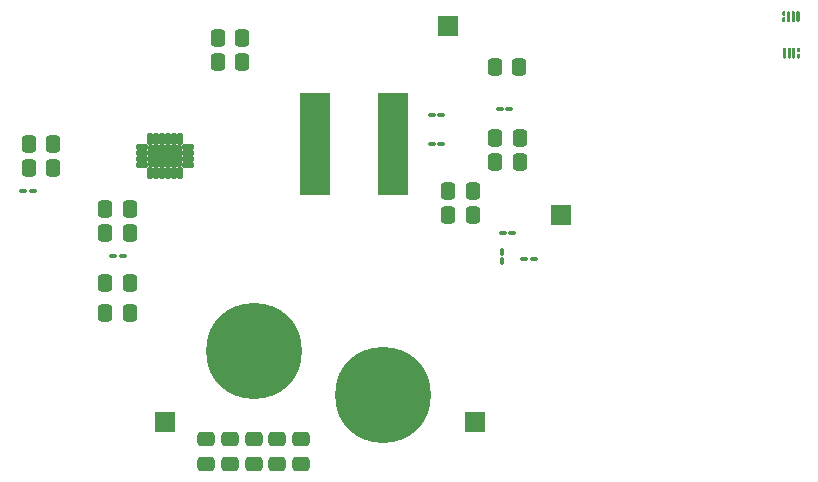
<source format=gbr>
%TF.GenerationSoftware,KiCad,Pcbnew,9.0.1*%
%TF.CreationDate,2025-11-16T17:19:11-08:00*%
%TF.ProjectId,GaN-LTC7800-Alternate,47614e2d-4c54-4433-9738-30302d416c74,rev?*%
%TF.SameCoordinates,Original*%
%TF.FileFunction,Soldermask,Top*%
%TF.FilePolarity,Negative*%
%FSLAX46Y46*%
G04 Gerber Fmt 4.6, Leading zero omitted, Abs format (unit mm)*
G04 Created by KiCad (PCBNEW 9.0.1) date 2025-11-16 17:19:11*
%MOMM*%
%LPD*%
G01*
G04 APERTURE LIST*
G04 Aperture macros list*
%AMRoundRect*
0 Rectangle with rounded corners*
0 $1 Rounding radius*
0 $2 $3 $4 $5 $6 $7 $8 $9 X,Y pos of 4 corners*
0 Add a 4 corners polygon primitive as box body*
4,1,4,$2,$3,$4,$5,$6,$7,$8,$9,$2,$3,0*
0 Add four circle primitives for the rounded corners*
1,1,$1+$1,$2,$3*
1,1,$1+$1,$4,$5*
1,1,$1+$1,$6,$7*
1,1,$1+$1,$8,$9*
0 Add four rect primitives between the rounded corners*
20,1,$1+$1,$2,$3,$4,$5,0*
20,1,$1+$1,$4,$5,$6,$7,0*
20,1,$1+$1,$6,$7,$8,$9,0*
20,1,$1+$1,$8,$9,$2,$3,0*%
G04 Aperture macros list end*
%ADD10C,0.000100*%
%ADD11RoundRect,0.250000X-0.337500X-0.475000X0.337500X-0.475000X0.337500X0.475000X-0.337500X0.475000X0*%
%ADD12R,1.700000X1.700000*%
%ADD13RoundRect,0.250000X0.337500X0.475000X-0.337500X0.475000X-0.337500X-0.475000X0.337500X-0.475000X0*%
%ADD14RoundRect,0.100000X-0.217500X-0.100000X0.217500X-0.100000X0.217500X0.100000X-0.217500X0.100000X0*%
%ADD15C,8.115000*%
%ADD16RoundRect,0.102000X0.135000X-0.420000X0.135000X0.420000X-0.135000X0.420000X-0.135000X-0.420000X0*%
%ADD17RoundRect,0.102000X0.420000X-0.135000X0.420000X0.135000X-0.420000X0.135000X-0.420000X-0.135000X0*%
%ADD18RoundRect,0.102000X1.325000X-0.825000X1.325000X0.825000X-1.325000X0.825000X-1.325000X-0.825000X0*%
%ADD19RoundRect,0.100000X0.217500X0.100000X-0.217500X0.100000X-0.217500X-0.100000X0.217500X-0.100000X0*%
%ADD20RoundRect,0.250000X-0.475000X0.337500X-0.475000X-0.337500X0.475000X-0.337500X0.475000X0.337500X0*%
%ADD21RoundRect,0.250000X0.475000X-0.337500X0.475000X0.337500X-0.475000X0.337500X-0.475000X-0.337500X0*%
%ADD22RoundRect,0.100000X-0.100000X0.217500X-0.100000X-0.217500X0.100000X-0.217500X0.100000X0.217500X0*%
%ADD23RoundRect,0.102000X-1.190000X-4.250000X1.190000X-4.250000X1.190000X4.250000X-1.190000X4.250000X0*%
G04 APERTURE END LIST*
D10*
%TO.C,Q2*%
X144869500Y-45500500D02*
X144878500Y-45502500D01*
X144887500Y-45506500D01*
X144895500Y-45510500D01*
X144903500Y-45515500D01*
X144910500Y-45521500D01*
X144917500Y-45528500D01*
X144923500Y-45535500D01*
X144928500Y-45543500D01*
X144932500Y-45551500D01*
X144936500Y-45560500D01*
X144938500Y-45569500D01*
X144940500Y-45579500D01*
X144940500Y-45588500D01*
X144940500Y-45708500D01*
X144940500Y-45717500D01*
X144938500Y-45727500D01*
X144936500Y-45736500D01*
X144932500Y-45745500D01*
X144928500Y-45753500D01*
X144923500Y-45761500D01*
X144917500Y-45768500D01*
X144910500Y-45775500D01*
X144903500Y-45781500D01*
X144895500Y-45786500D01*
X144887500Y-45790500D01*
X144878500Y-45794500D01*
X144869500Y-45796500D01*
X144859500Y-45798500D01*
X144850500Y-45798500D01*
X144841500Y-45798500D01*
X144831500Y-45796500D01*
X144822500Y-45794500D01*
X144813500Y-45790500D01*
X144805500Y-45786500D01*
X144797500Y-45781500D01*
X144790500Y-45775500D01*
X144783500Y-45768500D01*
X144777500Y-45761500D01*
X144772500Y-45753500D01*
X144768500Y-45745500D01*
X144764500Y-45736500D01*
X144762500Y-45727500D01*
X144760500Y-45717500D01*
X144760500Y-45708500D01*
X144760500Y-45588500D01*
X144760500Y-45579500D01*
X144762500Y-45569500D01*
X144764500Y-45560500D01*
X144768500Y-45551500D01*
X144772500Y-45543500D01*
X144777500Y-45535500D01*
X144783500Y-45528500D01*
X144790500Y-45521500D01*
X144797500Y-45515500D01*
X144805500Y-45510500D01*
X144813500Y-45506500D01*
X144822500Y-45502500D01*
X144831500Y-45500500D01*
X144841500Y-45498500D01*
X144850500Y-45498500D01*
X144859500Y-45498500D01*
X144869500Y-45500500D01*
G36*
X144869500Y-45500500D02*
G01*
X144878500Y-45502500D01*
X144887500Y-45506500D01*
X144895500Y-45510500D01*
X144903500Y-45515500D01*
X144910500Y-45521500D01*
X144917500Y-45528500D01*
X144923500Y-45535500D01*
X144928500Y-45543500D01*
X144932500Y-45551500D01*
X144936500Y-45560500D01*
X144938500Y-45569500D01*
X144940500Y-45579500D01*
X144940500Y-45588500D01*
X144940500Y-45708500D01*
X144940500Y-45717500D01*
X144938500Y-45727500D01*
X144936500Y-45736500D01*
X144932500Y-45745500D01*
X144928500Y-45753500D01*
X144923500Y-45761500D01*
X144917500Y-45768500D01*
X144910500Y-45775500D01*
X144903500Y-45781500D01*
X144895500Y-45786500D01*
X144887500Y-45790500D01*
X144878500Y-45794500D01*
X144869500Y-45796500D01*
X144859500Y-45798500D01*
X144850500Y-45798500D01*
X144841500Y-45798500D01*
X144831500Y-45796500D01*
X144822500Y-45794500D01*
X144813500Y-45790500D01*
X144805500Y-45786500D01*
X144797500Y-45781500D01*
X144790500Y-45775500D01*
X144783500Y-45768500D01*
X144777500Y-45761500D01*
X144772500Y-45753500D01*
X144768500Y-45745500D01*
X144764500Y-45736500D01*
X144762500Y-45727500D01*
X144760500Y-45717500D01*
X144760500Y-45708500D01*
X144760500Y-45588500D01*
X144760500Y-45579500D01*
X144762500Y-45569500D01*
X144764500Y-45560500D01*
X144768500Y-45551500D01*
X144772500Y-45543500D01*
X144777500Y-45535500D01*
X144783500Y-45528500D01*
X144790500Y-45521500D01*
X144797500Y-45515500D01*
X144805500Y-45510500D01*
X144813500Y-45506500D01*
X144822500Y-45502500D01*
X144831500Y-45500500D01*
X144841500Y-45498500D01*
X144850500Y-45498500D01*
X144859500Y-45498500D01*
X144869500Y-45500500D01*
G37*
X144869500Y-46018500D02*
X144878500Y-46020500D01*
X144887500Y-46024500D01*
X144895500Y-46028500D01*
X144903500Y-46033500D01*
X144910500Y-46039500D01*
X144917500Y-46046500D01*
X144923500Y-46053500D01*
X144928500Y-46061500D01*
X144932500Y-46069500D01*
X144936500Y-46078500D01*
X144938500Y-46087500D01*
X144940500Y-46097500D01*
X144940500Y-46106500D01*
X144940500Y-46226500D01*
X144940500Y-46235500D01*
X144938500Y-46245500D01*
X144936500Y-46254500D01*
X144932500Y-46263500D01*
X144928500Y-46271500D01*
X144923500Y-46279500D01*
X144917500Y-46286500D01*
X144910500Y-46293500D01*
X144903500Y-46299500D01*
X144895500Y-46304500D01*
X144887500Y-46308500D01*
X144878500Y-46312500D01*
X144869500Y-46314500D01*
X144859500Y-46316500D01*
X144850500Y-46316500D01*
X144841500Y-46316500D01*
X144831500Y-46314500D01*
X144822500Y-46312500D01*
X144813500Y-46308500D01*
X144805500Y-46304500D01*
X144797500Y-46299500D01*
X144790500Y-46293500D01*
X144783500Y-46286500D01*
X144777500Y-46279500D01*
X144772500Y-46271500D01*
X144768500Y-46263500D01*
X144764500Y-46254500D01*
X144762500Y-46245500D01*
X144760500Y-46235500D01*
X144760500Y-46226500D01*
X144760500Y-46106500D01*
X144760500Y-46097500D01*
X144762500Y-46087500D01*
X144764500Y-46078500D01*
X144768500Y-46069500D01*
X144772500Y-46061500D01*
X144777500Y-46053500D01*
X144783500Y-46046500D01*
X144790500Y-46039500D01*
X144797500Y-46033500D01*
X144805500Y-46028500D01*
X144813500Y-46024500D01*
X144822500Y-46020500D01*
X144831500Y-46018500D01*
X144841500Y-46016500D01*
X144850500Y-46016500D01*
X144859500Y-46016500D01*
X144869500Y-46018500D01*
G36*
X144869500Y-46018500D02*
G01*
X144878500Y-46020500D01*
X144887500Y-46024500D01*
X144895500Y-46028500D01*
X144903500Y-46033500D01*
X144910500Y-46039500D01*
X144917500Y-46046500D01*
X144923500Y-46053500D01*
X144928500Y-46061500D01*
X144932500Y-46069500D01*
X144936500Y-46078500D01*
X144938500Y-46087500D01*
X144940500Y-46097500D01*
X144940500Y-46106500D01*
X144940500Y-46226500D01*
X144940500Y-46235500D01*
X144938500Y-46245500D01*
X144936500Y-46254500D01*
X144932500Y-46263500D01*
X144928500Y-46271500D01*
X144923500Y-46279500D01*
X144917500Y-46286500D01*
X144910500Y-46293500D01*
X144903500Y-46299500D01*
X144895500Y-46304500D01*
X144887500Y-46308500D01*
X144878500Y-46312500D01*
X144869500Y-46314500D01*
X144859500Y-46316500D01*
X144850500Y-46316500D01*
X144841500Y-46316500D01*
X144831500Y-46314500D01*
X144822500Y-46312500D01*
X144813500Y-46308500D01*
X144805500Y-46304500D01*
X144797500Y-46299500D01*
X144790500Y-46293500D01*
X144783500Y-46286500D01*
X144777500Y-46279500D01*
X144772500Y-46271500D01*
X144768500Y-46263500D01*
X144764500Y-46254500D01*
X144762500Y-46245500D01*
X144760500Y-46235500D01*
X144760500Y-46226500D01*
X144760500Y-46106500D01*
X144760500Y-46097500D01*
X144762500Y-46087500D01*
X144764500Y-46078500D01*
X144768500Y-46069500D01*
X144772500Y-46061500D01*
X144777500Y-46053500D01*
X144783500Y-46046500D01*
X144790500Y-46039500D01*
X144797500Y-46033500D01*
X144805500Y-46028500D01*
X144813500Y-46024500D01*
X144822500Y-46020500D01*
X144831500Y-46018500D01*
X144841500Y-46016500D01*
X144850500Y-46016500D01*
X144859500Y-46016500D01*
X144869500Y-46018500D01*
G37*
X145262500Y-45501500D02*
X145271500Y-45502500D01*
X145280500Y-45505500D01*
X145289500Y-45509500D01*
X145297500Y-45513500D01*
X145305500Y-45518500D01*
X145312500Y-45524500D01*
X145318500Y-45531500D01*
X145324500Y-45539500D01*
X145329500Y-45547500D01*
X145333500Y-45555500D01*
X145336500Y-45564500D01*
X145338500Y-45573500D01*
X145340500Y-45582500D01*
X145340500Y-45592500D01*
X145340500Y-46227500D01*
X145339500Y-46236500D01*
X145338500Y-46245500D01*
X145335500Y-46254500D01*
X145332500Y-46262500D01*
X145327500Y-46271500D01*
X145322500Y-46278500D01*
X145316500Y-46286500D01*
X145310500Y-46292500D01*
X145302500Y-46298500D01*
X145295500Y-46303500D01*
X145286500Y-46307500D01*
X145278500Y-46311500D01*
X145269500Y-46313500D01*
X145259500Y-46314500D01*
X145250500Y-46315500D01*
X145241500Y-46314500D01*
X145231500Y-46313500D01*
X145222500Y-46311500D01*
X145214500Y-46307500D01*
X145205500Y-46303500D01*
X145198500Y-46298500D01*
X145190500Y-46292500D01*
X145184500Y-46286500D01*
X145178500Y-46278500D01*
X145173500Y-46271500D01*
X145168500Y-46262500D01*
X145165500Y-46254500D01*
X145162500Y-46245500D01*
X145161500Y-46236500D01*
X145160500Y-46227500D01*
X145160500Y-45587500D01*
X145161500Y-45578500D01*
X145163500Y-45568500D01*
X145165500Y-45559500D01*
X145169500Y-45551500D01*
X145173500Y-45543500D01*
X145179500Y-45535500D01*
X145185500Y-45528500D01*
X145192500Y-45521500D01*
X145199500Y-45516500D01*
X145207500Y-45511500D01*
X145216500Y-45507500D01*
X145225500Y-45504500D01*
X145234500Y-45502500D01*
X145243500Y-45500500D01*
X145252500Y-45500500D01*
X145262500Y-45501500D01*
G36*
X145262500Y-45501500D02*
G01*
X145271500Y-45502500D01*
X145280500Y-45505500D01*
X145289500Y-45509500D01*
X145297500Y-45513500D01*
X145305500Y-45518500D01*
X145312500Y-45524500D01*
X145318500Y-45531500D01*
X145324500Y-45539500D01*
X145329500Y-45547500D01*
X145333500Y-45555500D01*
X145336500Y-45564500D01*
X145338500Y-45573500D01*
X145340500Y-45582500D01*
X145340500Y-45592500D01*
X145340500Y-46227500D01*
X145339500Y-46236500D01*
X145338500Y-46245500D01*
X145335500Y-46254500D01*
X145332500Y-46262500D01*
X145327500Y-46271500D01*
X145322500Y-46278500D01*
X145316500Y-46286500D01*
X145310500Y-46292500D01*
X145302500Y-46298500D01*
X145295500Y-46303500D01*
X145286500Y-46307500D01*
X145278500Y-46311500D01*
X145269500Y-46313500D01*
X145259500Y-46314500D01*
X145250500Y-46315500D01*
X145241500Y-46314500D01*
X145231500Y-46313500D01*
X145222500Y-46311500D01*
X145214500Y-46307500D01*
X145205500Y-46303500D01*
X145198500Y-46298500D01*
X145190500Y-46292500D01*
X145184500Y-46286500D01*
X145178500Y-46278500D01*
X145173500Y-46271500D01*
X145168500Y-46262500D01*
X145165500Y-46254500D01*
X145162500Y-46245500D01*
X145161500Y-46236500D01*
X145160500Y-46227500D01*
X145160500Y-45587500D01*
X145161500Y-45578500D01*
X145163500Y-45568500D01*
X145165500Y-45559500D01*
X145169500Y-45551500D01*
X145173500Y-45543500D01*
X145179500Y-45535500D01*
X145185500Y-45528500D01*
X145192500Y-45521500D01*
X145199500Y-45516500D01*
X145207500Y-45511500D01*
X145216500Y-45507500D01*
X145225500Y-45504500D01*
X145234500Y-45502500D01*
X145243500Y-45500500D01*
X145252500Y-45500500D01*
X145262500Y-45501500D01*
G37*
X145662500Y-45501500D02*
X145671500Y-45502500D01*
X145680500Y-45505500D01*
X145689500Y-45509500D01*
X145697500Y-45513500D01*
X145705500Y-45518500D01*
X145712500Y-45524500D01*
X145718500Y-45531500D01*
X145724500Y-45539500D01*
X145729500Y-45547500D01*
X145733500Y-45555500D01*
X145736500Y-45564500D01*
X145738500Y-45573500D01*
X145740500Y-45582500D01*
X145740500Y-45592500D01*
X145740500Y-46227500D01*
X145739500Y-46236500D01*
X145738500Y-46245500D01*
X145735500Y-46254500D01*
X145732500Y-46262500D01*
X145727500Y-46271500D01*
X145722500Y-46278500D01*
X145716500Y-46286500D01*
X145710500Y-46292500D01*
X145702500Y-46298500D01*
X145695500Y-46303500D01*
X145686500Y-46307500D01*
X145678500Y-46311500D01*
X145669500Y-46313500D01*
X145659500Y-46314500D01*
X145650500Y-46315500D01*
X145641500Y-46314500D01*
X145631500Y-46313500D01*
X145622500Y-46311500D01*
X145614500Y-46307500D01*
X145605500Y-46303500D01*
X145598500Y-46298500D01*
X145590500Y-46292500D01*
X145584500Y-46286500D01*
X145578500Y-46278500D01*
X145573500Y-46271500D01*
X145568500Y-46262500D01*
X145565500Y-46254500D01*
X145562500Y-46245500D01*
X145561500Y-46236500D01*
X145560500Y-46227500D01*
X145560500Y-45587500D01*
X145561500Y-45578500D01*
X145563500Y-45568500D01*
X145565500Y-45559500D01*
X145569500Y-45551500D01*
X145573500Y-45543500D01*
X145579500Y-45535500D01*
X145585500Y-45528500D01*
X145592500Y-45521500D01*
X145599500Y-45516500D01*
X145607500Y-45511500D01*
X145616500Y-45507500D01*
X145625500Y-45504500D01*
X145634500Y-45502500D01*
X145643500Y-45500500D01*
X145652500Y-45500500D01*
X145662500Y-45501500D01*
G36*
X145662500Y-45501500D02*
G01*
X145671500Y-45502500D01*
X145680500Y-45505500D01*
X145689500Y-45509500D01*
X145697500Y-45513500D01*
X145705500Y-45518500D01*
X145712500Y-45524500D01*
X145718500Y-45531500D01*
X145724500Y-45539500D01*
X145729500Y-45547500D01*
X145733500Y-45555500D01*
X145736500Y-45564500D01*
X145738500Y-45573500D01*
X145740500Y-45582500D01*
X145740500Y-45592500D01*
X145740500Y-46227500D01*
X145739500Y-46236500D01*
X145738500Y-46245500D01*
X145735500Y-46254500D01*
X145732500Y-46262500D01*
X145727500Y-46271500D01*
X145722500Y-46278500D01*
X145716500Y-46286500D01*
X145710500Y-46292500D01*
X145702500Y-46298500D01*
X145695500Y-46303500D01*
X145686500Y-46307500D01*
X145678500Y-46311500D01*
X145669500Y-46313500D01*
X145659500Y-46314500D01*
X145650500Y-46315500D01*
X145641500Y-46314500D01*
X145631500Y-46313500D01*
X145622500Y-46311500D01*
X145614500Y-46307500D01*
X145605500Y-46303500D01*
X145598500Y-46298500D01*
X145590500Y-46292500D01*
X145584500Y-46286500D01*
X145578500Y-46278500D01*
X145573500Y-46271500D01*
X145568500Y-46262500D01*
X145565500Y-46254500D01*
X145562500Y-46245500D01*
X145561500Y-46236500D01*
X145560500Y-46227500D01*
X145560500Y-45587500D01*
X145561500Y-45578500D01*
X145563500Y-45568500D01*
X145565500Y-45559500D01*
X145569500Y-45551500D01*
X145573500Y-45543500D01*
X145579500Y-45535500D01*
X145585500Y-45528500D01*
X145592500Y-45521500D01*
X145599500Y-45516500D01*
X145607500Y-45511500D01*
X145616500Y-45507500D01*
X145625500Y-45504500D01*
X145634500Y-45502500D01*
X145643500Y-45500500D01*
X145652500Y-45500500D01*
X145662500Y-45501500D01*
G37*
X146062500Y-45501500D02*
X146071500Y-45502500D01*
X146080500Y-45505500D01*
X146089500Y-45509500D01*
X146097500Y-45513500D01*
X146105500Y-45518500D01*
X146112500Y-45524500D01*
X146118500Y-45531500D01*
X146124500Y-45539500D01*
X146129500Y-45547500D01*
X146133500Y-45555500D01*
X146136500Y-45564500D01*
X146138500Y-45573500D01*
X146140500Y-45582500D01*
X146140500Y-45592500D01*
X146140500Y-46227500D01*
X146139500Y-46236500D01*
X146138500Y-46245500D01*
X146135500Y-46254500D01*
X146132500Y-46262500D01*
X146127500Y-46271500D01*
X146122500Y-46278500D01*
X146116500Y-46286500D01*
X146110500Y-46292500D01*
X146102500Y-46298500D01*
X146095500Y-46303500D01*
X146086500Y-46307500D01*
X146078500Y-46311500D01*
X146069500Y-46313500D01*
X146059500Y-46314500D01*
X146050500Y-46315500D01*
X146041500Y-46314500D01*
X146031500Y-46313500D01*
X146022500Y-46311500D01*
X146014500Y-46307500D01*
X146005500Y-46303500D01*
X145998500Y-46298500D01*
X145990500Y-46292500D01*
X145984500Y-46286500D01*
X145978500Y-46278500D01*
X145973500Y-46271500D01*
X145968500Y-46262500D01*
X145965500Y-46254500D01*
X145962500Y-46245500D01*
X145961500Y-46236500D01*
X145960500Y-46227500D01*
X145960500Y-45587500D01*
X145961500Y-45578500D01*
X145963500Y-45568500D01*
X145965500Y-45559500D01*
X145969500Y-45551500D01*
X145973500Y-45543500D01*
X145979500Y-45535500D01*
X145985500Y-45528500D01*
X145992500Y-45521500D01*
X145999500Y-45516500D01*
X146007500Y-45511500D01*
X146016500Y-45507500D01*
X146025500Y-45504500D01*
X146034500Y-45502500D01*
X146043500Y-45500500D01*
X146052500Y-45500500D01*
X146062500Y-45501500D01*
G36*
X146062500Y-45501500D02*
G01*
X146071500Y-45502500D01*
X146080500Y-45505500D01*
X146089500Y-45509500D01*
X146097500Y-45513500D01*
X146105500Y-45518500D01*
X146112500Y-45524500D01*
X146118500Y-45531500D01*
X146124500Y-45539500D01*
X146129500Y-45547500D01*
X146133500Y-45555500D01*
X146136500Y-45564500D01*
X146138500Y-45573500D01*
X146140500Y-45582500D01*
X146140500Y-45592500D01*
X146140500Y-46227500D01*
X146139500Y-46236500D01*
X146138500Y-46245500D01*
X146135500Y-46254500D01*
X146132500Y-46262500D01*
X146127500Y-46271500D01*
X146122500Y-46278500D01*
X146116500Y-46286500D01*
X146110500Y-46292500D01*
X146102500Y-46298500D01*
X146095500Y-46303500D01*
X146086500Y-46307500D01*
X146078500Y-46311500D01*
X146069500Y-46313500D01*
X146059500Y-46314500D01*
X146050500Y-46315500D01*
X146041500Y-46314500D01*
X146031500Y-46313500D01*
X146022500Y-46311500D01*
X146014500Y-46307500D01*
X146005500Y-46303500D01*
X145998500Y-46298500D01*
X145990500Y-46292500D01*
X145984500Y-46286500D01*
X145978500Y-46278500D01*
X145973500Y-46271500D01*
X145968500Y-46262500D01*
X145965500Y-46254500D01*
X145962500Y-46245500D01*
X145961500Y-46236500D01*
X145960500Y-46227500D01*
X145960500Y-45587500D01*
X145961500Y-45578500D01*
X145963500Y-45568500D01*
X145965500Y-45559500D01*
X145969500Y-45551500D01*
X145973500Y-45543500D01*
X145979500Y-45535500D01*
X145985500Y-45528500D01*
X145992500Y-45521500D01*
X145999500Y-45516500D01*
X146007500Y-45511500D01*
X146016500Y-45507500D01*
X146025500Y-45504500D01*
X146034500Y-45502500D01*
X146043500Y-45500500D01*
X146052500Y-45500500D01*
X146062500Y-45501500D01*
G37*
%TO.C,Q1*%
X144909000Y-48593000D02*
X144919000Y-48594000D01*
X144928000Y-48596000D01*
X144936000Y-48600000D01*
X144945000Y-48604000D01*
X144952000Y-48609000D01*
X144960000Y-48615000D01*
X144966000Y-48621000D01*
X144972000Y-48629000D01*
X144977000Y-48636000D01*
X144982000Y-48645000D01*
X144985000Y-48653000D01*
X144988000Y-48662000D01*
X144989000Y-48671000D01*
X144990000Y-48680000D01*
X144990000Y-49320000D01*
X144989000Y-49329000D01*
X144987000Y-49339000D01*
X144985000Y-49348000D01*
X144981000Y-49356000D01*
X144977000Y-49364000D01*
X144971000Y-49372000D01*
X144965000Y-49379000D01*
X144958000Y-49386000D01*
X144951000Y-49391000D01*
X144943000Y-49396000D01*
X144934000Y-49400000D01*
X144925000Y-49403000D01*
X144916000Y-49405000D01*
X144907000Y-49407000D01*
X144898000Y-49407000D01*
X144888000Y-49406000D01*
X144879000Y-49405000D01*
X144870000Y-49402000D01*
X144861000Y-49398000D01*
X144853000Y-49394000D01*
X144845000Y-49389000D01*
X144838000Y-49383000D01*
X144832000Y-49376000D01*
X144826000Y-49368000D01*
X144821000Y-49360000D01*
X144817000Y-49352000D01*
X144814000Y-49343000D01*
X144812000Y-49334000D01*
X144810000Y-49325000D01*
X144810000Y-49315000D01*
X144810000Y-48680000D01*
X144811000Y-48671000D01*
X144812000Y-48662000D01*
X144815000Y-48653000D01*
X144818000Y-48645000D01*
X144823000Y-48636000D01*
X144828000Y-48629000D01*
X144834000Y-48621000D01*
X144840000Y-48615000D01*
X144848000Y-48609000D01*
X144855000Y-48604000D01*
X144864000Y-48600000D01*
X144872000Y-48596000D01*
X144881000Y-48594000D01*
X144891000Y-48593000D01*
X144900000Y-48592000D01*
X144909000Y-48593000D01*
G36*
X144909000Y-48593000D02*
G01*
X144919000Y-48594000D01*
X144928000Y-48596000D01*
X144936000Y-48600000D01*
X144945000Y-48604000D01*
X144952000Y-48609000D01*
X144960000Y-48615000D01*
X144966000Y-48621000D01*
X144972000Y-48629000D01*
X144977000Y-48636000D01*
X144982000Y-48645000D01*
X144985000Y-48653000D01*
X144988000Y-48662000D01*
X144989000Y-48671000D01*
X144990000Y-48680000D01*
X144990000Y-49320000D01*
X144989000Y-49329000D01*
X144987000Y-49339000D01*
X144985000Y-49348000D01*
X144981000Y-49356000D01*
X144977000Y-49364000D01*
X144971000Y-49372000D01*
X144965000Y-49379000D01*
X144958000Y-49386000D01*
X144951000Y-49391000D01*
X144943000Y-49396000D01*
X144934000Y-49400000D01*
X144925000Y-49403000D01*
X144916000Y-49405000D01*
X144907000Y-49407000D01*
X144898000Y-49407000D01*
X144888000Y-49406000D01*
X144879000Y-49405000D01*
X144870000Y-49402000D01*
X144861000Y-49398000D01*
X144853000Y-49394000D01*
X144845000Y-49389000D01*
X144838000Y-49383000D01*
X144832000Y-49376000D01*
X144826000Y-49368000D01*
X144821000Y-49360000D01*
X144817000Y-49352000D01*
X144814000Y-49343000D01*
X144812000Y-49334000D01*
X144810000Y-49325000D01*
X144810000Y-49315000D01*
X144810000Y-48680000D01*
X144811000Y-48671000D01*
X144812000Y-48662000D01*
X144815000Y-48653000D01*
X144818000Y-48645000D01*
X144823000Y-48636000D01*
X144828000Y-48629000D01*
X144834000Y-48621000D01*
X144840000Y-48615000D01*
X144848000Y-48609000D01*
X144855000Y-48604000D01*
X144864000Y-48600000D01*
X144872000Y-48596000D01*
X144881000Y-48594000D01*
X144891000Y-48593000D01*
X144900000Y-48592000D01*
X144909000Y-48593000D01*
G37*
X145309000Y-48593000D02*
X145319000Y-48594000D01*
X145328000Y-48596000D01*
X145336000Y-48600000D01*
X145345000Y-48604000D01*
X145352000Y-48609000D01*
X145360000Y-48615000D01*
X145366000Y-48621000D01*
X145372000Y-48629000D01*
X145377000Y-48636000D01*
X145382000Y-48645000D01*
X145385000Y-48653000D01*
X145388000Y-48662000D01*
X145389000Y-48671000D01*
X145390000Y-48680000D01*
X145390000Y-49320000D01*
X145389000Y-49329000D01*
X145387000Y-49339000D01*
X145385000Y-49348000D01*
X145381000Y-49356000D01*
X145377000Y-49364000D01*
X145371000Y-49372000D01*
X145365000Y-49379000D01*
X145358000Y-49386000D01*
X145351000Y-49391000D01*
X145343000Y-49396000D01*
X145334000Y-49400000D01*
X145325000Y-49403000D01*
X145316000Y-49405000D01*
X145307000Y-49407000D01*
X145298000Y-49407000D01*
X145288000Y-49406000D01*
X145279000Y-49405000D01*
X145270000Y-49402000D01*
X145261000Y-49398000D01*
X145253000Y-49394000D01*
X145245000Y-49389000D01*
X145238000Y-49383000D01*
X145232000Y-49376000D01*
X145226000Y-49368000D01*
X145221000Y-49360000D01*
X145217000Y-49352000D01*
X145214000Y-49343000D01*
X145212000Y-49334000D01*
X145210000Y-49325000D01*
X145210000Y-49315000D01*
X145210000Y-48680000D01*
X145211000Y-48671000D01*
X145212000Y-48662000D01*
X145215000Y-48653000D01*
X145218000Y-48645000D01*
X145223000Y-48636000D01*
X145228000Y-48629000D01*
X145234000Y-48621000D01*
X145240000Y-48615000D01*
X145248000Y-48609000D01*
X145255000Y-48604000D01*
X145264000Y-48600000D01*
X145272000Y-48596000D01*
X145281000Y-48594000D01*
X145291000Y-48593000D01*
X145300000Y-48592000D01*
X145309000Y-48593000D01*
G36*
X145309000Y-48593000D02*
G01*
X145319000Y-48594000D01*
X145328000Y-48596000D01*
X145336000Y-48600000D01*
X145345000Y-48604000D01*
X145352000Y-48609000D01*
X145360000Y-48615000D01*
X145366000Y-48621000D01*
X145372000Y-48629000D01*
X145377000Y-48636000D01*
X145382000Y-48645000D01*
X145385000Y-48653000D01*
X145388000Y-48662000D01*
X145389000Y-48671000D01*
X145390000Y-48680000D01*
X145390000Y-49320000D01*
X145389000Y-49329000D01*
X145387000Y-49339000D01*
X145385000Y-49348000D01*
X145381000Y-49356000D01*
X145377000Y-49364000D01*
X145371000Y-49372000D01*
X145365000Y-49379000D01*
X145358000Y-49386000D01*
X145351000Y-49391000D01*
X145343000Y-49396000D01*
X145334000Y-49400000D01*
X145325000Y-49403000D01*
X145316000Y-49405000D01*
X145307000Y-49407000D01*
X145298000Y-49407000D01*
X145288000Y-49406000D01*
X145279000Y-49405000D01*
X145270000Y-49402000D01*
X145261000Y-49398000D01*
X145253000Y-49394000D01*
X145245000Y-49389000D01*
X145238000Y-49383000D01*
X145232000Y-49376000D01*
X145226000Y-49368000D01*
X145221000Y-49360000D01*
X145217000Y-49352000D01*
X145214000Y-49343000D01*
X145212000Y-49334000D01*
X145210000Y-49325000D01*
X145210000Y-49315000D01*
X145210000Y-48680000D01*
X145211000Y-48671000D01*
X145212000Y-48662000D01*
X145215000Y-48653000D01*
X145218000Y-48645000D01*
X145223000Y-48636000D01*
X145228000Y-48629000D01*
X145234000Y-48621000D01*
X145240000Y-48615000D01*
X145248000Y-48609000D01*
X145255000Y-48604000D01*
X145264000Y-48600000D01*
X145272000Y-48596000D01*
X145281000Y-48594000D01*
X145291000Y-48593000D01*
X145300000Y-48592000D01*
X145309000Y-48593000D01*
G37*
X145709000Y-48593000D02*
X145719000Y-48594000D01*
X145728000Y-48596000D01*
X145736000Y-48600000D01*
X145745000Y-48604000D01*
X145752000Y-48609000D01*
X145760000Y-48615000D01*
X145766000Y-48621000D01*
X145772000Y-48629000D01*
X145777000Y-48636000D01*
X145782000Y-48645000D01*
X145785000Y-48653000D01*
X145788000Y-48662000D01*
X145789000Y-48671000D01*
X145790000Y-48680000D01*
X145790000Y-49320000D01*
X145789000Y-49329000D01*
X145787000Y-49339000D01*
X145785000Y-49348000D01*
X145781000Y-49356000D01*
X145777000Y-49364000D01*
X145771000Y-49372000D01*
X145765000Y-49379000D01*
X145758000Y-49386000D01*
X145751000Y-49391000D01*
X145743000Y-49396000D01*
X145734000Y-49400000D01*
X145725000Y-49403000D01*
X145716000Y-49405000D01*
X145707000Y-49407000D01*
X145698000Y-49407000D01*
X145688000Y-49406000D01*
X145679000Y-49405000D01*
X145670000Y-49402000D01*
X145661000Y-49398000D01*
X145653000Y-49394000D01*
X145645000Y-49389000D01*
X145638000Y-49383000D01*
X145632000Y-49376000D01*
X145626000Y-49368000D01*
X145621000Y-49360000D01*
X145617000Y-49352000D01*
X145614000Y-49343000D01*
X145612000Y-49334000D01*
X145610000Y-49325000D01*
X145610000Y-49315000D01*
X145610000Y-48680000D01*
X145611000Y-48671000D01*
X145612000Y-48662000D01*
X145615000Y-48653000D01*
X145618000Y-48645000D01*
X145623000Y-48636000D01*
X145628000Y-48629000D01*
X145634000Y-48621000D01*
X145640000Y-48615000D01*
X145648000Y-48609000D01*
X145655000Y-48604000D01*
X145664000Y-48600000D01*
X145672000Y-48596000D01*
X145681000Y-48594000D01*
X145691000Y-48593000D01*
X145700000Y-48592000D01*
X145709000Y-48593000D01*
G36*
X145709000Y-48593000D02*
G01*
X145719000Y-48594000D01*
X145728000Y-48596000D01*
X145736000Y-48600000D01*
X145745000Y-48604000D01*
X145752000Y-48609000D01*
X145760000Y-48615000D01*
X145766000Y-48621000D01*
X145772000Y-48629000D01*
X145777000Y-48636000D01*
X145782000Y-48645000D01*
X145785000Y-48653000D01*
X145788000Y-48662000D01*
X145789000Y-48671000D01*
X145790000Y-48680000D01*
X145790000Y-49320000D01*
X145789000Y-49329000D01*
X145787000Y-49339000D01*
X145785000Y-49348000D01*
X145781000Y-49356000D01*
X145777000Y-49364000D01*
X145771000Y-49372000D01*
X145765000Y-49379000D01*
X145758000Y-49386000D01*
X145751000Y-49391000D01*
X145743000Y-49396000D01*
X145734000Y-49400000D01*
X145725000Y-49403000D01*
X145716000Y-49405000D01*
X145707000Y-49407000D01*
X145698000Y-49407000D01*
X145688000Y-49406000D01*
X145679000Y-49405000D01*
X145670000Y-49402000D01*
X145661000Y-49398000D01*
X145653000Y-49394000D01*
X145645000Y-49389000D01*
X145638000Y-49383000D01*
X145632000Y-49376000D01*
X145626000Y-49368000D01*
X145621000Y-49360000D01*
X145617000Y-49352000D01*
X145614000Y-49343000D01*
X145612000Y-49334000D01*
X145610000Y-49325000D01*
X145610000Y-49315000D01*
X145610000Y-48680000D01*
X145611000Y-48671000D01*
X145612000Y-48662000D01*
X145615000Y-48653000D01*
X145618000Y-48645000D01*
X145623000Y-48636000D01*
X145628000Y-48629000D01*
X145634000Y-48621000D01*
X145640000Y-48615000D01*
X145648000Y-48609000D01*
X145655000Y-48604000D01*
X145664000Y-48600000D01*
X145672000Y-48596000D01*
X145681000Y-48594000D01*
X145691000Y-48593000D01*
X145700000Y-48592000D01*
X145709000Y-48593000D01*
G37*
X146119000Y-48593000D02*
X146128000Y-48595000D01*
X146137000Y-48599000D01*
X146145000Y-48603000D01*
X146153000Y-48608000D01*
X146160000Y-48614000D01*
X146167000Y-48621000D01*
X146173000Y-48628000D01*
X146178000Y-48636000D01*
X146182000Y-48644000D01*
X146186000Y-48653000D01*
X146188000Y-48662000D01*
X146190000Y-48672000D01*
X146190000Y-48681000D01*
X146190000Y-48801000D01*
X146190000Y-48810000D01*
X146188000Y-48820000D01*
X146186000Y-48829000D01*
X146182000Y-48838000D01*
X146178000Y-48846000D01*
X146173000Y-48854000D01*
X146167000Y-48861000D01*
X146160000Y-48868000D01*
X146153000Y-48874000D01*
X146145000Y-48879000D01*
X146137000Y-48883000D01*
X146128000Y-48887000D01*
X146119000Y-48889000D01*
X146109000Y-48891000D01*
X146100000Y-48891000D01*
X146091000Y-48891000D01*
X146081000Y-48889000D01*
X146072000Y-48887000D01*
X146063000Y-48883000D01*
X146055000Y-48879000D01*
X146047000Y-48874000D01*
X146040000Y-48868000D01*
X146033000Y-48861000D01*
X146027000Y-48854000D01*
X146022000Y-48846000D01*
X146018000Y-48838000D01*
X146014000Y-48829000D01*
X146012000Y-48820000D01*
X146010000Y-48810000D01*
X146010000Y-48801000D01*
X146010000Y-48681000D01*
X146010000Y-48672000D01*
X146012000Y-48662000D01*
X146014000Y-48653000D01*
X146018000Y-48644000D01*
X146022000Y-48636000D01*
X146027000Y-48628000D01*
X146033000Y-48621000D01*
X146040000Y-48614000D01*
X146047000Y-48608000D01*
X146055000Y-48603000D01*
X146063000Y-48599000D01*
X146072000Y-48595000D01*
X146081000Y-48593000D01*
X146091000Y-48591000D01*
X146100000Y-48591000D01*
X146109000Y-48591000D01*
X146119000Y-48593000D01*
G36*
X146119000Y-48593000D02*
G01*
X146128000Y-48595000D01*
X146137000Y-48599000D01*
X146145000Y-48603000D01*
X146153000Y-48608000D01*
X146160000Y-48614000D01*
X146167000Y-48621000D01*
X146173000Y-48628000D01*
X146178000Y-48636000D01*
X146182000Y-48644000D01*
X146186000Y-48653000D01*
X146188000Y-48662000D01*
X146190000Y-48672000D01*
X146190000Y-48681000D01*
X146190000Y-48801000D01*
X146190000Y-48810000D01*
X146188000Y-48820000D01*
X146186000Y-48829000D01*
X146182000Y-48838000D01*
X146178000Y-48846000D01*
X146173000Y-48854000D01*
X146167000Y-48861000D01*
X146160000Y-48868000D01*
X146153000Y-48874000D01*
X146145000Y-48879000D01*
X146137000Y-48883000D01*
X146128000Y-48887000D01*
X146119000Y-48889000D01*
X146109000Y-48891000D01*
X146100000Y-48891000D01*
X146091000Y-48891000D01*
X146081000Y-48889000D01*
X146072000Y-48887000D01*
X146063000Y-48883000D01*
X146055000Y-48879000D01*
X146047000Y-48874000D01*
X146040000Y-48868000D01*
X146033000Y-48861000D01*
X146027000Y-48854000D01*
X146022000Y-48846000D01*
X146018000Y-48838000D01*
X146014000Y-48829000D01*
X146012000Y-48820000D01*
X146010000Y-48810000D01*
X146010000Y-48801000D01*
X146010000Y-48681000D01*
X146010000Y-48672000D01*
X146012000Y-48662000D01*
X146014000Y-48653000D01*
X146018000Y-48644000D01*
X146022000Y-48636000D01*
X146027000Y-48628000D01*
X146033000Y-48621000D01*
X146040000Y-48614000D01*
X146047000Y-48608000D01*
X146055000Y-48603000D01*
X146063000Y-48599000D01*
X146072000Y-48595000D01*
X146081000Y-48593000D01*
X146091000Y-48591000D01*
X146100000Y-48591000D01*
X146109000Y-48591000D01*
X146119000Y-48593000D01*
G37*
X146119000Y-49111000D02*
X146128000Y-49113000D01*
X146137000Y-49117000D01*
X146145000Y-49121000D01*
X146153000Y-49126000D01*
X146160000Y-49132000D01*
X146167000Y-49139000D01*
X146173000Y-49146000D01*
X146178000Y-49154000D01*
X146182000Y-49162000D01*
X146186000Y-49171000D01*
X146188000Y-49180000D01*
X146190000Y-49190000D01*
X146190000Y-49199000D01*
X146190000Y-49319000D01*
X146190000Y-49328000D01*
X146188000Y-49338000D01*
X146186000Y-49347000D01*
X146182000Y-49356000D01*
X146178000Y-49364000D01*
X146173000Y-49372000D01*
X146167000Y-49379000D01*
X146160000Y-49386000D01*
X146153000Y-49392000D01*
X146145000Y-49397000D01*
X146137000Y-49401000D01*
X146128000Y-49405000D01*
X146119000Y-49407000D01*
X146109000Y-49409000D01*
X146100000Y-49409000D01*
X146091000Y-49409000D01*
X146081000Y-49407000D01*
X146072000Y-49405000D01*
X146063000Y-49401000D01*
X146055000Y-49397000D01*
X146047000Y-49392000D01*
X146040000Y-49386000D01*
X146033000Y-49379000D01*
X146027000Y-49372000D01*
X146022000Y-49364000D01*
X146018000Y-49356000D01*
X146014000Y-49347000D01*
X146012000Y-49338000D01*
X146010000Y-49328000D01*
X146010000Y-49319000D01*
X146010000Y-49199000D01*
X146010000Y-49190000D01*
X146012000Y-49180000D01*
X146014000Y-49171000D01*
X146018000Y-49162000D01*
X146022000Y-49154000D01*
X146027000Y-49146000D01*
X146033000Y-49139000D01*
X146040000Y-49132000D01*
X146047000Y-49126000D01*
X146055000Y-49121000D01*
X146063000Y-49117000D01*
X146072000Y-49113000D01*
X146081000Y-49111000D01*
X146091000Y-49109000D01*
X146100000Y-49109000D01*
X146109000Y-49109000D01*
X146119000Y-49111000D01*
G36*
X146119000Y-49111000D02*
G01*
X146128000Y-49113000D01*
X146137000Y-49117000D01*
X146145000Y-49121000D01*
X146153000Y-49126000D01*
X146160000Y-49132000D01*
X146167000Y-49139000D01*
X146173000Y-49146000D01*
X146178000Y-49154000D01*
X146182000Y-49162000D01*
X146186000Y-49171000D01*
X146188000Y-49180000D01*
X146190000Y-49190000D01*
X146190000Y-49199000D01*
X146190000Y-49319000D01*
X146190000Y-49328000D01*
X146188000Y-49338000D01*
X146186000Y-49347000D01*
X146182000Y-49356000D01*
X146178000Y-49364000D01*
X146173000Y-49372000D01*
X146167000Y-49379000D01*
X146160000Y-49386000D01*
X146153000Y-49392000D01*
X146145000Y-49397000D01*
X146137000Y-49401000D01*
X146128000Y-49405000D01*
X146119000Y-49407000D01*
X146109000Y-49409000D01*
X146100000Y-49409000D01*
X146091000Y-49409000D01*
X146081000Y-49407000D01*
X146072000Y-49405000D01*
X146063000Y-49401000D01*
X146055000Y-49397000D01*
X146047000Y-49392000D01*
X146040000Y-49386000D01*
X146033000Y-49379000D01*
X146027000Y-49372000D01*
X146022000Y-49364000D01*
X146018000Y-49356000D01*
X146014000Y-49347000D01*
X146012000Y-49338000D01*
X146010000Y-49328000D01*
X146010000Y-49319000D01*
X146010000Y-49199000D01*
X146010000Y-49190000D01*
X146012000Y-49180000D01*
X146014000Y-49171000D01*
X146018000Y-49162000D01*
X146022000Y-49154000D01*
X146027000Y-49146000D01*
X146033000Y-49139000D01*
X146040000Y-49132000D01*
X146047000Y-49126000D01*
X146055000Y-49121000D01*
X146063000Y-49117000D01*
X146072000Y-49113000D01*
X146081000Y-49111000D01*
X146091000Y-49109000D01*
X146100000Y-49109000D01*
X146109000Y-49109000D01*
X146119000Y-49111000D01*
G37*
%TD*%
D11*
%TO.C,C1_EX1*%
X80962500Y-56750000D03*
X83037500Y-56750000D03*
%TD*%
D12*
%TO.C,VOUT1*%
X116500000Y-46750000D03*
%TD*%
D13*
%TO.C,COUT_EX2*%
X122537500Y-58250000D03*
X120462500Y-58250000D03*
%TD*%
D14*
%TO.C,R2*%
X80500000Y-60750000D03*
X81315000Y-60750000D03*
%TD*%
D15*
%TO.C,VSource_GND1*%
X111000000Y-78000000D03*
%TD*%
D13*
%TO.C,COUT_EX1*%
X122537500Y-56250000D03*
X120462500Y-56250000D03*
%TD*%
D11*
%TO.C,C6*%
X87462500Y-62250000D03*
X89537500Y-62250000D03*
%TD*%
D15*
%TO.C,VSource_IN1*%
X100000000Y-74250000D03*
%TD*%
D16*
%TO.C,U1*%
X91250000Y-59195000D03*
X91750000Y-59195000D03*
X92250000Y-59195000D03*
X92750000Y-59195000D03*
X93250000Y-59195000D03*
X93750000Y-59195000D03*
D17*
X94445000Y-58500000D03*
X94445000Y-58000000D03*
X94445000Y-57500000D03*
X94445000Y-57000000D03*
D16*
X93750000Y-56305000D03*
X93250000Y-56305000D03*
X92750000Y-56305000D03*
X92250000Y-56305000D03*
X91750000Y-56305000D03*
X91250000Y-56305000D03*
D17*
X90555000Y-57000000D03*
X90555000Y-57500000D03*
X90555000Y-58000000D03*
X90555000Y-58500000D03*
D18*
X92500000Y-57750000D03*
%TD*%
D14*
%TO.C,R4*%
X115092500Y-56750000D03*
X115907500Y-56750000D03*
%TD*%
D11*
%TO.C,CSENSE1*%
X116462500Y-60750000D03*
X118537500Y-60750000D03*
%TD*%
D12*
%TO.C,TP_VIN2*%
X118750000Y-80250000D03*
%TD*%
D13*
%TO.C,CSENSE_EX1*%
X118537500Y-62750000D03*
X116462500Y-62750000D03*
%TD*%
%TO.C,C5*%
X89537500Y-71000000D03*
X87462500Y-71000000D03*
%TD*%
D11*
%TO.C,C1*%
X80962500Y-58750000D03*
X83037500Y-58750000D03*
%TD*%
%TO.C,C3*%
X96962500Y-49750000D03*
X99037500Y-49750000D03*
%TD*%
D19*
%TO.C,R7*%
X123725000Y-66500000D03*
X122910000Y-66500000D03*
%TD*%
D11*
%TO.C,COUT1*%
X120425000Y-50250000D03*
X122500000Y-50250000D03*
%TD*%
D19*
%TO.C,R9*%
X88907500Y-66250000D03*
X88092500Y-66250000D03*
%TD*%
D20*
%TO.C,CinB1_EX1*%
X96000000Y-81712500D03*
X96000000Y-83787500D03*
%TD*%
D13*
%TO.C,C3_EX1*%
X99037500Y-47750000D03*
X96962500Y-47750000D03*
%TD*%
D12*
%TO.C,TP_VIN1*%
X92500000Y-80250000D03*
%TD*%
D13*
%TO.C,C5_EX1*%
X89537500Y-68500000D03*
X87462500Y-68500000D03*
%TD*%
D14*
%TO.C,RSENSE1*%
X115092500Y-54250000D03*
X115907500Y-54250000D03*
%TD*%
D12*
%TO.C,GND1*%
X126000000Y-62750000D03*
%TD*%
D20*
%TO.C,CinA1*%
X102000000Y-81712500D03*
X102000000Y-83787500D03*
%TD*%
%TO.C,CinB1*%
X104000000Y-81712500D03*
X104000000Y-83787500D03*
%TD*%
D14*
%TO.C,RLOAD1*%
X120842500Y-53750000D03*
X121657500Y-53750000D03*
%TD*%
D11*
%TO.C,C6_EX1*%
X87462500Y-64250000D03*
X89537500Y-64250000D03*
%TD*%
D21*
%TO.C,CinA1_EX1*%
X98000000Y-83787500D03*
X98000000Y-81712500D03*
%TD*%
D22*
%TO.C,R5*%
X121000000Y-65842500D03*
X121000000Y-66657500D03*
%TD*%
D23*
%TO.C,L1*%
X105175000Y-56750000D03*
X111825000Y-56750000D03*
%TD*%
D20*
%TO.C,CinA2*%
X100000000Y-81712500D03*
X100000000Y-83787500D03*
%TD*%
D14*
%TO.C,R6*%
X121092500Y-64250000D03*
X121907500Y-64250000D03*
%TD*%
M02*

</source>
